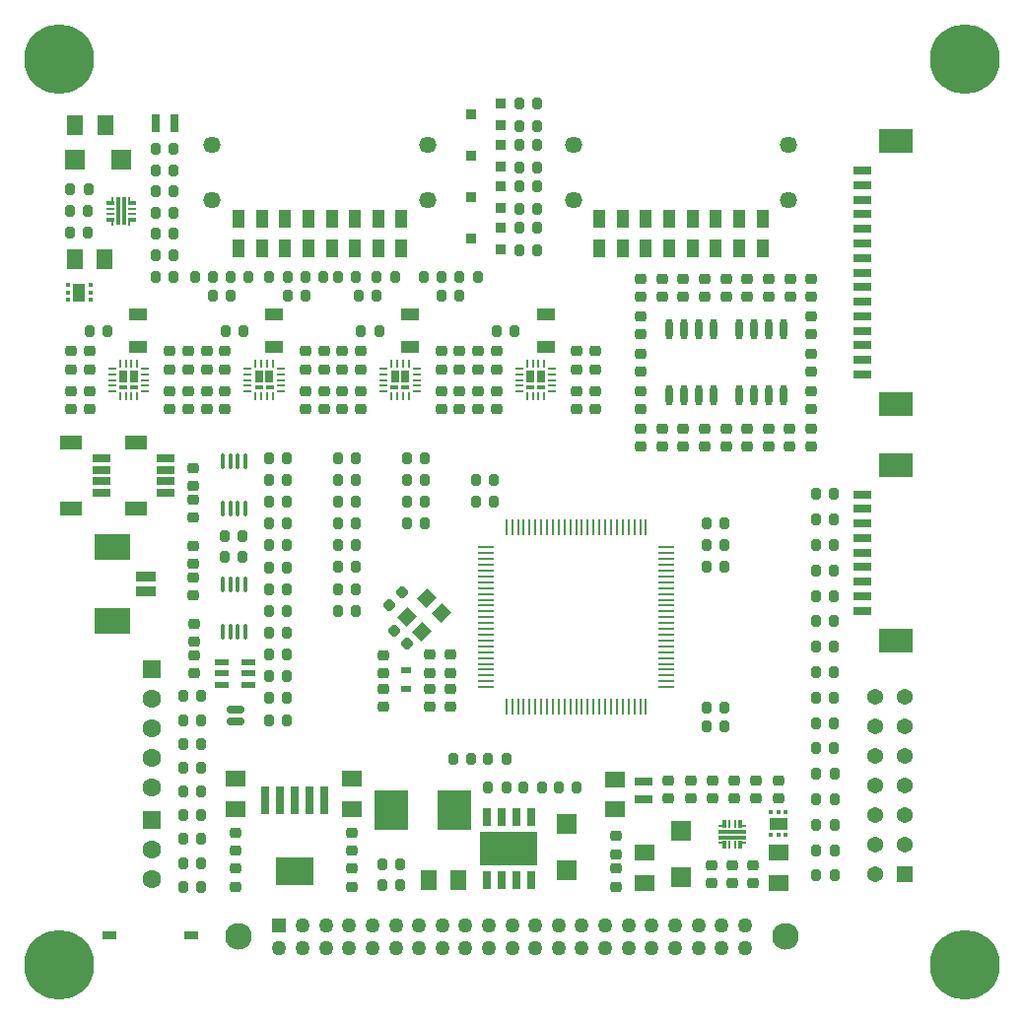
<source format=gbr>
G04*
G04 #@! TF.GenerationSoftware,Altium Limited,Altium Designer,24.1.2 (44)*
G04*
G04 Layer_Color=255*
%FSLAX44Y44*%
%MOMM*%
G71*
G04*
G04 #@! TF.SameCoordinates,178800DE-C825-426D-9C7D-1BE6540C9A12*
G04*
G04*
G04 #@! TF.FilePolarity,Positive*
G04*
G01*
G75*
G04:AMPARAMS|DCode=24|XSize=0.95mm|YSize=0.85mm|CornerRadius=0.2125mm|HoleSize=0mm|Usage=FLASHONLY|Rotation=270.000|XOffset=0mm|YOffset=0mm|HoleType=Round|Shape=RoundedRectangle|*
%AMROUNDEDRECTD24*
21,1,0.9500,0.4250,0,0,270.0*
21,1,0.5250,0.8500,0,0,270.0*
1,1,0.4250,-0.2125,-0.2625*
1,1,0.4250,-0.2125,0.2625*
1,1,0.4250,0.2125,0.2625*
1,1,0.4250,0.2125,-0.2625*
%
%ADD24ROUNDEDRECTD24*%
G04:AMPARAMS|DCode=25|XSize=1.4697mm|YSize=0.6mm|CornerRadius=0.15mm|HoleSize=0mm|Usage=FLASHONLY|Rotation=180.000|XOffset=0mm|YOffset=0mm|HoleType=Round|Shape=RoundedRectangle|*
%AMROUNDEDRECTD25*
21,1,1.4697,0.3000,0,0,180.0*
21,1,1.1697,0.6000,0,0,180.0*
1,1,0.3000,-0.5849,0.1500*
1,1,0.3000,0.5849,0.1500*
1,1,0.3000,0.5849,-0.1500*
1,1,0.3000,-0.5849,-0.1500*
%
%ADD25ROUNDEDRECTD25*%
G04:AMPARAMS|DCode=26|XSize=1.55mm|YSize=0.6mm|CornerRadius=0.03mm|HoleSize=0mm|Usage=FLASHONLY|Rotation=270.000|XOffset=0mm|YOffset=0mm|HoleType=Round|Shape=RoundedRectangle|*
%AMROUNDEDRECTD26*
21,1,1.5500,0.5400,0,0,270.0*
21,1,1.4900,0.6000,0,0,270.0*
1,1,0.0600,-0.2700,-0.7450*
1,1,0.0600,-0.2700,0.7450*
1,1,0.0600,0.2700,0.7450*
1,1,0.0600,0.2700,-0.7450*
%
%ADD26ROUNDEDRECTD26*%
%ADD27R,4.9000X2.9500*%
%ADD28R,3.0000X2.1000*%
%ADD29R,1.6000X0.8000*%
%ADD30R,0.9500X0.9000*%
G04:AMPARAMS|DCode=31|XSize=1.1mm|YSize=1.3mm|CornerRadius=0mm|HoleSize=0mm|Usage=FLASHONLY|Rotation=135.000|XOffset=0mm|YOffset=0mm|HoleType=Round|Shape=Rectangle|*
%AMROTATEDRECTD31*
4,1,4,0.8485,0.0707,-0.0707,-0.8485,-0.8485,-0.0707,0.0707,0.8485,0.8485,0.0707,0.0*
%
%ADD31ROTATEDRECTD31*%

%ADD32R,1.5000X1.0000*%
%ADD33R,1.8000X1.4000*%
%ADD34R,1.4000X1.8000*%
G04:AMPARAMS|DCode=35|XSize=0.95mm|YSize=0.85mm|CornerRadius=0.2125mm|HoleSize=0mm|Usage=FLASHONLY|Rotation=180.000|XOffset=0mm|YOffset=0mm|HoleType=Round|Shape=RoundedRectangle|*
%AMROUNDEDRECTD35*
21,1,0.9500,0.4250,0,0,180.0*
21,1,0.5250,0.8500,0,0,180.0*
1,1,0.4250,-0.2625,0.2125*
1,1,0.4250,0.2625,0.2125*
1,1,0.4250,0.2625,-0.2125*
1,1,0.4250,-0.2625,-0.2125*
%
%ADD35ROUNDEDRECTD35*%
G04:AMPARAMS|DCode=36|XSize=0.95mm|YSize=0.85mm|CornerRadius=0.2125mm|HoleSize=0mm|Usage=FLASHONLY|Rotation=315.000|XOffset=0mm|YOffset=0mm|HoleType=Round|Shape=RoundedRectangle|*
%AMROUNDEDRECTD36*
21,1,0.9500,0.4250,0,0,315.0*
21,1,0.5250,0.8500,0,0,315.0*
1,1,0.4250,0.0354,-0.3359*
1,1,0.4250,-0.3359,0.0354*
1,1,0.4250,-0.0354,0.3359*
1,1,0.4250,0.3359,-0.0354*
%
%ADD36ROUNDEDRECTD36*%
G04:AMPARAMS|DCode=37|XSize=0.95mm|YSize=0.85mm|CornerRadius=0.2125mm|HoleSize=0mm|Usage=FLASHONLY|Rotation=45.000|XOffset=0mm|YOffset=0mm|HoleType=Round|Shape=RoundedRectangle|*
%AMROUNDEDRECTD37*
21,1,0.9500,0.4250,0,0,45.0*
21,1,0.5250,0.8500,0,0,45.0*
1,1,0.4250,0.3359,0.0354*
1,1,0.4250,-0.0354,-0.3359*
1,1,0.4250,-0.3359,-0.0354*
1,1,0.4250,0.0354,0.3359*
%
%ADD37ROUNDEDRECTD37*%
%ADD38R,1.9050X1.2954*%
%ADD39R,1.5494X0.6604*%
%ADD40R,1.8000X1.8000*%
%ADD41R,1.8000X1.8000*%
%ADD42R,1.2000X0.6000*%
%ADD43R,1.0000X1.5000*%
%ADD44R,1.4732X0.2794*%
%ADD45R,0.2794X1.4732*%
%ADD46R,0.2500X0.6500*%
%ADD47R,0.3000X0.6500*%
%ADD48R,0.6500X0.2500*%
%ADD49R,2.4000X0.3000*%
%ADD50R,0.6500X0.3000*%
%ADD51R,0.3000X2.4000*%
%ADD52R,0.9000X0.6000*%
%ADD53R,1.7018X0.8128*%
%ADD54R,3.0988X2.2098*%
%ADD55R,0.3000X0.4500*%
%ADD56R,0.4500X0.3000*%
%ADD57R,2.9500X3.5000*%
%ADD58R,1.5000X0.7000*%
%ADD59R,1.5000X0.8000*%
%ADD60R,0.7000X1.5000*%
%ADD61R,0.8000X1.5000*%
%ADD62O,0.3500X1.4000*%
%ADD63R,0.6500X0.3000*%
%ADD64R,0.7000X1.0000*%
%ADD65R,0.6500X0.2286*%
%ADD66O,0.6000X1.8000*%
%ADD67R,1.2000X0.8000*%
G04:AMPARAMS|DCode=68|XSize=0.7mm|YSize=2.4mm|CornerRadius=0.049mm|HoleSize=0mm|Usage=FLASHONLY|Rotation=0.000|XOffset=0mm|YOffset=0mm|HoleType=Round|Shape=RoundedRectangle|*
%AMROUNDEDRECTD68*
21,1,0.7000,2.3020,0,0,0.0*
21,1,0.6020,2.4000,0,0,0.0*
1,1,0.0980,0.3010,-1.1510*
1,1,0.0980,-0.3010,-1.1510*
1,1,0.0980,-0.3010,1.1510*
1,1,0.0980,0.3010,1.1510*
%
%ADD68ROUNDEDRECTD68*%
G04:AMPARAMS|DCode=69|XSize=3.2mm|YSize=2.4mm|CornerRadius=0.048mm|HoleSize=0mm|Usage=FLASHONLY|Rotation=0.000|XOffset=0mm|YOffset=0mm|HoleType=Round|Shape=RoundedRectangle|*
%AMROUNDEDRECTD69*
21,1,3.2000,2.3040,0,0,0.0*
21,1,3.1040,2.4000,0,0,0.0*
1,1,0.0960,1.5520,-1.1520*
1,1,0.0960,-1.5520,-1.1520*
1,1,0.0960,-1.5520,1.1520*
1,1,0.0960,1.5520,1.1520*
%
%ADD69ROUNDEDRECTD69*%
%ADD128R,1.6000X1.0000*%
%ADD129R,1.0000X1.6000*%
%ADD135C,0.3000*%
%ADD136R,1.3700X1.3700*%
%ADD137C,1.3700*%
%ADD138C,1.4580*%
%ADD139C,1.2580*%
%ADD140R,1.2580X1.2580*%
%ADD141C,2.3000*%
%ADD142C,1.0000*%
%ADD143C,6.0000*%
%ADD144C,1.6000*%
%ADD145R,1.6000X1.6000*%
D24*
X607750Y377645D02*
D03*
X592250D02*
D03*
X701750Y134342D02*
D03*
X686250D02*
D03*
X434830Y188458D02*
D03*
X450330D02*
D03*
X404485D02*
D03*
X419985D02*
D03*
X118726Y682041D02*
D03*
X134226D02*
D03*
X118726Y645433D02*
D03*
X134226D02*
D03*
X118726Y718649D02*
D03*
X134226D02*
D03*
X134226Y736953D02*
D03*
X118726D02*
D03*
X134226Y627130D02*
D03*
X118726D02*
D03*
X134226Y663737D02*
D03*
X118726D02*
D03*
X45204Y683373D02*
D03*
X60704D02*
D03*
X275280Y414875D02*
D03*
X290780D02*
D03*
X275280Y433755D02*
D03*
X290780D02*
D03*
X275280Y396265D02*
D03*
X290780D02*
D03*
X275280Y377520D02*
D03*
X290780D02*
D03*
X275280Y452500D02*
D03*
X290780D02*
D03*
X275280Y358775D02*
D03*
X290780D02*
D03*
X275280Y340030D02*
D03*
X290780D02*
D03*
X393750Y452500D02*
D03*
X409250D02*
D03*
X430924Y756564D02*
D03*
X446424D02*
D03*
X430924Y721004D02*
D03*
X446424D02*
D03*
X430924Y685444D02*
D03*
X446424D02*
D03*
X430924Y649884D02*
D03*
X446424D02*
D03*
X430924Y775564D02*
D03*
X446424D02*
D03*
X430924Y740004D02*
D03*
X446424D02*
D03*
X430924Y704444D02*
D03*
X446424D02*
D03*
X430924Y668884D02*
D03*
X446424D02*
D03*
X193170Y403860D02*
D03*
X177670D02*
D03*
X193170Y386493D02*
D03*
X177670D02*
D03*
X216131Y433671D02*
D03*
X231631D02*
D03*
X216131Y414926D02*
D03*
X231631D02*
D03*
X216131Y377436D02*
D03*
X231631D02*
D03*
X216131Y396181D02*
D03*
X231631D02*
D03*
X216131Y452417D02*
D03*
X231631D02*
D03*
X216131Y321201D02*
D03*
X231631D02*
D03*
X231631Y471162D02*
D03*
X216131D02*
D03*
X216131Y302456D02*
D03*
X231631D02*
D03*
X216131Y358691D02*
D03*
X231631D02*
D03*
X231631Y339946D02*
D03*
X216131D02*
D03*
X231631Y283711D02*
D03*
X216131D02*
D03*
X231631Y264966D02*
D03*
X216131D02*
D03*
X231631Y246221D02*
D03*
X216131D02*
D03*
X157610D02*
D03*
X142110D02*
D03*
X157610Y266700D02*
D03*
X142110D02*
D03*
X157610Y123346D02*
D03*
X142110D02*
D03*
X142110Y164304D02*
D03*
X157610D02*
D03*
X142110Y143825D02*
D03*
X157610D02*
D03*
X142110Y225742D02*
D03*
X157610D02*
D03*
X142110Y205263D02*
D03*
X157610D02*
D03*
X142110Y184783D02*
D03*
X157610D02*
D03*
X349928Y415010D02*
D03*
X334428D02*
D03*
X349928Y433755D02*
D03*
X334428D02*
D03*
X349928Y452500D02*
D03*
X334428D02*
D03*
X349928Y471245D02*
D03*
X334428D02*
D03*
X686250Y156185D02*
D03*
X701750D02*
D03*
X701345Y221712D02*
D03*
X685845D02*
D03*
X686250Y178027D02*
D03*
X701750D02*
D03*
X701750Y112500D02*
D03*
X686250D02*
D03*
X686250Y199870D02*
D03*
X701750D02*
D03*
X701345Y287240D02*
D03*
X685845D02*
D03*
X685845Y243555D02*
D03*
X701345D02*
D03*
X685845Y265397D02*
D03*
X701345D02*
D03*
X685845Y309083D02*
D03*
X701345D02*
D03*
X685845Y330925D02*
D03*
X701345D02*
D03*
X685845Y352767D02*
D03*
X701345D02*
D03*
X685845Y374610D02*
D03*
X701345D02*
D03*
X685845Y396452D02*
D03*
X701345D02*
D03*
X685845Y418295D02*
D03*
X701345D02*
D03*
X118726Y700345D02*
D03*
X134226D02*
D03*
X275280Y471245D02*
D03*
X290780D02*
D03*
X685845Y440137D02*
D03*
X701345D02*
D03*
X465175Y188458D02*
D03*
X480675D02*
D03*
X328965Y122500D02*
D03*
X313465D02*
D03*
X313138Y104117D02*
D03*
X328638D02*
D03*
X60836Y701802D02*
D03*
X45336D02*
D03*
X60704Y665194D02*
D03*
X45204D02*
D03*
X77546Y580255D02*
D03*
X62046D02*
D03*
X167762Y627122D02*
D03*
X152262D02*
D03*
X194115Y580255D02*
D03*
X178615D02*
D03*
X231903Y627122D02*
D03*
X216403D02*
D03*
X231903Y611124D02*
D03*
X247403D02*
D03*
X167762D02*
D03*
X183262D02*
D03*
Y627122D02*
D03*
X198762D02*
D03*
X247403D02*
D03*
X262903D02*
D03*
X310683Y580255D02*
D03*
X295183D02*
D03*
X275308Y627122D02*
D03*
X290808D02*
D03*
X427252Y580255D02*
D03*
X411752D02*
D03*
X364467Y627122D02*
D03*
X348967D02*
D03*
X293359Y611124D02*
D03*
X308859D02*
D03*
X364467D02*
D03*
X379967D02*
D03*
X308859Y627122D02*
D03*
X324359D02*
D03*
X379967D02*
D03*
X395467D02*
D03*
X592250Y415000D02*
D03*
X607750D02*
D03*
X393576Y433755D02*
D03*
X409076D02*
D03*
X607750Y396322D02*
D03*
X592250D02*
D03*
Y257048D02*
D03*
X607750D02*
D03*
X419985Y212500D02*
D03*
X404485D02*
D03*
X607750Y240842D02*
D03*
X592250D02*
D03*
X389993Y212500D02*
D03*
X374493D02*
D03*
X157610Y102992D02*
D03*
X142110D02*
D03*
D25*
X187002Y244922D02*
D03*
X186999Y255082D02*
D03*
D26*
X441175Y162578D02*
D03*
X428475D02*
D03*
X415775D02*
D03*
X403075D02*
D03*
Y108578D02*
D03*
X415775D02*
D03*
X428475D02*
D03*
X441175D02*
D03*
D27*
X422125Y135578D02*
D03*
D28*
X755000Y517600D02*
D03*
Y743600D02*
D03*
Y465500D02*
D03*
Y314500D02*
D03*
D29*
X726000Y718100D02*
D03*
Y705600D02*
D03*
Y693100D02*
D03*
Y680600D02*
D03*
Y668100D02*
D03*
Y655600D02*
D03*
Y643100D02*
D03*
Y630600D02*
D03*
Y618100D02*
D03*
Y605600D02*
D03*
Y593100D02*
D03*
Y580600D02*
D03*
Y568100D02*
D03*
Y555600D02*
D03*
Y543100D02*
D03*
Y340000D02*
D03*
Y352500D02*
D03*
Y365000D02*
D03*
Y377500D02*
D03*
Y390000D02*
D03*
Y402500D02*
D03*
Y415000D02*
D03*
Y427500D02*
D03*
Y440000D02*
D03*
D30*
X415084Y756818D02*
D03*
X390084Y766318D02*
D03*
X415084Y775818D02*
D03*
Y721258D02*
D03*
X390084Y730758D02*
D03*
X415084Y740258D02*
D03*
Y685698D02*
D03*
X390084Y695198D02*
D03*
X415084Y704698D02*
D03*
Y650138D02*
D03*
X390084Y659638D02*
D03*
X415084Y669138D02*
D03*
D31*
X335031Y334344D02*
D03*
X351294Y350608D02*
D03*
X364022Y337880D02*
D03*
X347758Y321616D02*
D03*
D32*
X104000Y566527D02*
D03*
Y594990D02*
D03*
X220568Y566527D02*
D03*
Y594990D02*
D03*
X337137Y566527D02*
D03*
Y594990D02*
D03*
X453705Y566527D02*
D03*
Y594990D02*
D03*
D33*
X653636Y106258D02*
D03*
Y132258D02*
D03*
X538808Y106258D02*
D03*
Y132258D02*
D03*
X513198Y195360D02*
D03*
Y169360D02*
D03*
X287616Y195595D02*
D03*
Y169596D02*
D03*
X187794Y195595D02*
D03*
Y169596D02*
D03*
D34*
X379060Y108576D02*
D03*
X353060D02*
D03*
X49144Y642448D02*
D03*
X75144D02*
D03*
X49461Y757548D02*
D03*
X75461D02*
D03*
D35*
X634762Y194091D02*
D03*
Y178591D02*
D03*
X653636Y178591D02*
D03*
Y194091D02*
D03*
X578141Y178591D02*
D03*
Y194091D02*
D03*
X559267Y194091D02*
D03*
Y178591D02*
D03*
X615888Y194091D02*
D03*
Y178591D02*
D03*
X613953Y105953D02*
D03*
Y121453D02*
D03*
X535419Y481200D02*
D03*
Y496700D02*
D03*
X553740Y624970D02*
D03*
Y609470D02*
D03*
X571998Y496700D02*
D03*
Y481200D02*
D03*
X608702Y609470D02*
D03*
Y624970D02*
D03*
X590381Y609470D02*
D03*
Y624970D02*
D03*
X553708Y496700D02*
D03*
Y481200D02*
D03*
X663445Y481200D02*
D03*
Y496700D02*
D03*
X681984Y624970D02*
D03*
Y609470D02*
D03*
X626866Y496700D02*
D03*
Y481200D02*
D03*
X645343Y609470D02*
D03*
Y624970D02*
D03*
X627022Y609470D02*
D03*
Y624970D02*
D03*
X645155Y496700D02*
D03*
Y481200D02*
D03*
X597015Y178591D02*
D03*
Y194091D02*
D03*
X596169Y121453D02*
D03*
Y105953D02*
D03*
X631487Y121453D02*
D03*
Y105953D02*
D03*
X514452Y146403D02*
D03*
Y130903D02*
D03*
Y118492D02*
D03*
Y102992D02*
D03*
X287614Y149606D02*
D03*
Y134106D02*
D03*
X187792Y149606D02*
D03*
Y134106D02*
D03*
X287614Y118492D02*
D03*
Y102992D02*
D03*
X187792Y118492D02*
D03*
Y102992D02*
D03*
X45778Y547585D02*
D03*
Y563085D02*
D03*
X146691Y547585D02*
D03*
Y563085D02*
D03*
X61780Y547585D02*
D03*
Y563085D02*
D03*
X130863Y547585D02*
D03*
Y563085D02*
D03*
X162520Y547585D02*
D03*
Y563085D02*
D03*
X263260Y547585D02*
D03*
Y563085D02*
D03*
X178349Y547585D02*
D03*
Y563085D02*
D03*
X247431Y547585D02*
D03*
Y563085D02*
D03*
X61780Y528903D02*
D03*
Y513402D02*
D03*
X178349Y528903D02*
D03*
Y513402D02*
D03*
X45778D02*
D03*
Y528903D02*
D03*
X162520Y513402D02*
D03*
Y528903D02*
D03*
X146691D02*
D03*
Y513402D02*
D03*
X263260Y528903D02*
D03*
Y513402D02*
D03*
X130863Y528903D02*
D03*
Y513402D02*
D03*
X247431Y528903D02*
D03*
Y513402D02*
D03*
X279088Y547585D02*
D03*
Y563085D02*
D03*
X379828Y547585D02*
D03*
Y563085D02*
D03*
X294917Y547585D02*
D03*
Y563085D02*
D03*
X363999Y547585D02*
D03*
Y563085D02*
D03*
X395657Y547585D02*
D03*
Y563085D02*
D03*
X496316Y547585D02*
D03*
Y563085D02*
D03*
X411486Y547585D02*
D03*
Y563085D02*
D03*
X480568Y547585D02*
D03*
Y563085D02*
D03*
X294917Y528903D02*
D03*
Y513402D02*
D03*
X411486Y528903D02*
D03*
Y513402D02*
D03*
X279088D02*
D03*
Y528903D02*
D03*
X395657Y513402D02*
D03*
Y528903D02*
D03*
X496316D02*
D03*
Y513402D02*
D03*
X379828Y528903D02*
D03*
Y513402D02*
D03*
X363999Y528903D02*
D03*
Y513402D02*
D03*
X480568Y528903D02*
D03*
Y513402D02*
D03*
X535544Y577402D02*
D03*
Y592902D02*
D03*
X535544Y560835D02*
D03*
Y545335D02*
D03*
X535544Y609470D02*
D03*
Y624970D02*
D03*
X535544Y528768D02*
D03*
Y513268D02*
D03*
X590412Y496700D02*
D03*
Y481200D02*
D03*
X572185Y609470D02*
D03*
Y624970D02*
D03*
X681860Y545335D02*
D03*
Y560835D02*
D03*
X681860Y528768D02*
D03*
Y513268D02*
D03*
X681860Y577402D02*
D03*
Y592902D02*
D03*
X681860Y496700D02*
D03*
Y481200D02*
D03*
X608702Y496700D02*
D03*
Y481200D02*
D03*
X663789Y609470D02*
D03*
Y624970D02*
D03*
X151311Y462930D02*
D03*
Y447430D02*
D03*
Y395993D02*
D03*
Y380493D02*
D03*
Y435461D02*
D03*
Y419961D02*
D03*
Y368524D02*
D03*
Y353024D02*
D03*
X151943Y329055D02*
D03*
Y313555D02*
D03*
Y301586D02*
D03*
Y286087D02*
D03*
X353822Y302250D02*
D03*
Y286750D02*
D03*
X372364Y302250D02*
D03*
Y286750D02*
D03*
X314452Y257674D02*
D03*
Y273174D02*
D03*
X353822D02*
D03*
Y257674D02*
D03*
X372110Y273174D02*
D03*
Y257674D02*
D03*
X314452Y286122D02*
D03*
Y301622D02*
D03*
D36*
X319247Y344932D02*
D03*
X330207Y355892D02*
D03*
D37*
X334296Y311537D02*
D03*
X323336Y322497D02*
D03*
D38*
X101682Y484180D02*
D03*
Y428180D02*
D03*
X46412Y484180D02*
D03*
Y428180D02*
D03*
D39*
X127482Y471180D02*
D03*
Y461180D02*
D03*
Y451180D02*
D03*
Y441180D02*
D03*
X72212Y471180D02*
D03*
Y461180D02*
D03*
Y451180D02*
D03*
Y441180D02*
D03*
D40*
X570255Y150962D02*
D03*
Y110962D02*
D03*
X472159Y117101D02*
D03*
Y157102D02*
D03*
D41*
X89342Y727453D02*
D03*
X49342D02*
D03*
D42*
X175315Y295586D02*
D03*
Y286086D02*
D03*
Y276586D02*
D03*
X198315D02*
D03*
Y286086D02*
D03*
Y295586D02*
D03*
D43*
X190000Y651500D02*
D03*
Y676500D02*
D03*
X210000Y651500D02*
D03*
Y676500D02*
D03*
X230000Y651500D02*
D03*
Y676500D02*
D03*
X250000Y651500D02*
D03*
Y676500D02*
D03*
X270000Y651500D02*
D03*
Y676500D02*
D03*
X290000Y651500D02*
D03*
Y676500D02*
D03*
X310000Y651500D02*
D03*
Y676500D02*
D03*
X330000Y651500D02*
D03*
Y676500D02*
D03*
X500000Y651500D02*
D03*
Y676500D02*
D03*
X520000Y651500D02*
D03*
Y676500D02*
D03*
X540000Y651500D02*
D03*
Y676500D02*
D03*
X560000Y651500D02*
D03*
Y676500D02*
D03*
X580000Y651500D02*
D03*
Y676500D02*
D03*
X600000Y651500D02*
D03*
Y676500D02*
D03*
X620000Y651500D02*
D03*
Y676500D02*
D03*
X640000Y651500D02*
D03*
Y676500D02*
D03*
D44*
X402784Y394500D02*
D03*
Y389500D02*
D03*
Y384500D02*
D03*
Y379500D02*
D03*
Y374500D02*
D03*
Y369500D02*
D03*
Y364500D02*
D03*
Y359500D02*
D03*
Y354500D02*
D03*
Y349500D02*
D03*
Y344500D02*
D03*
Y339500D02*
D03*
Y334500D02*
D03*
Y329500D02*
D03*
Y324500D02*
D03*
Y319500D02*
D03*
Y314500D02*
D03*
Y309500D02*
D03*
Y304500D02*
D03*
Y299500D02*
D03*
Y294500D02*
D03*
Y289500D02*
D03*
Y284500D02*
D03*
Y279500D02*
D03*
Y274500D02*
D03*
X557216D02*
D03*
Y279500D02*
D03*
Y284500D02*
D03*
Y289500D02*
D03*
Y294500D02*
D03*
Y299500D02*
D03*
Y304500D02*
D03*
Y309500D02*
D03*
Y314500D02*
D03*
Y319500D02*
D03*
Y324500D02*
D03*
Y329500D02*
D03*
Y334500D02*
D03*
Y339500D02*
D03*
Y344500D02*
D03*
Y349500D02*
D03*
Y354500D02*
D03*
Y359500D02*
D03*
Y364500D02*
D03*
Y369500D02*
D03*
Y374500D02*
D03*
Y379500D02*
D03*
Y384500D02*
D03*
Y389500D02*
D03*
Y394500D02*
D03*
D45*
X420000Y257284D02*
D03*
X425000D02*
D03*
X430000D02*
D03*
X435000D02*
D03*
X440000D02*
D03*
X445000D02*
D03*
X450000D02*
D03*
X455000D02*
D03*
X460000D02*
D03*
X465000D02*
D03*
X470000D02*
D03*
X475000D02*
D03*
X480000D02*
D03*
X485000D02*
D03*
X490000D02*
D03*
X495000D02*
D03*
X500000D02*
D03*
X505000D02*
D03*
X510000D02*
D03*
X515000D02*
D03*
X520000D02*
D03*
X525000D02*
D03*
X530000D02*
D03*
X535000D02*
D03*
X540000D02*
D03*
Y411716D02*
D03*
X535000D02*
D03*
X530000D02*
D03*
X525000D02*
D03*
X520000D02*
D03*
X515000D02*
D03*
X510000D02*
D03*
X505000D02*
D03*
X500000D02*
D03*
X495000D02*
D03*
X490000D02*
D03*
X485000D02*
D03*
X480000D02*
D03*
X475000D02*
D03*
X470000D02*
D03*
X465000D02*
D03*
X460000D02*
D03*
X455000D02*
D03*
X450000D02*
D03*
X445000D02*
D03*
X440000D02*
D03*
X435000D02*
D03*
X430000D02*
D03*
X425000D02*
D03*
X420000D02*
D03*
D46*
X616447Y157187D02*
D03*
X611955Y157217D02*
D03*
X616447Y138717D02*
D03*
X611955D02*
D03*
X96169Y674510D02*
D03*
X81699D02*
D03*
X81699Y692010D02*
D03*
X96199D02*
D03*
X88001Y552437D02*
D03*
Y524237D02*
D03*
X93001D02*
D03*
X98001D02*
D03*
X103001D02*
D03*
X93001Y552437D02*
D03*
X98001D02*
D03*
X103001D02*
D03*
X204570D02*
D03*
Y524237D02*
D03*
X209570D02*
D03*
X214570D02*
D03*
X219570D02*
D03*
X209570Y552437D02*
D03*
X214570D02*
D03*
X219570D02*
D03*
X321138D02*
D03*
Y524237D02*
D03*
X326138D02*
D03*
X331138D02*
D03*
X336138D02*
D03*
X326138Y552437D02*
D03*
X331138D02*
D03*
X336138D02*
D03*
X437707D02*
D03*
Y524237D02*
D03*
X442707D02*
D03*
X447707D02*
D03*
X452707D02*
D03*
X442707Y552437D02*
D03*
X447707D02*
D03*
X452707D02*
D03*
D47*
X621203Y157188D02*
D03*
X607203Y138717D02*
D03*
Y157217D02*
D03*
X621203Y138717D02*
D03*
D48*
X622953Y155188D02*
D03*
Y140717D02*
D03*
X605453Y140717D02*
D03*
Y155217D02*
D03*
X98169Y681016D02*
D03*
X98199Y685508D02*
D03*
X79699Y681016D02*
D03*
Y685508D02*
D03*
X81251Y528337D02*
D03*
Y533337D02*
D03*
Y543337D02*
D03*
Y548337D02*
D03*
X109752D02*
D03*
Y543337D02*
D03*
Y538337D02*
D03*
Y533337D02*
D03*
Y528337D02*
D03*
X197820D02*
D03*
Y533337D02*
D03*
Y543337D02*
D03*
Y548337D02*
D03*
X226320D02*
D03*
Y543337D02*
D03*
Y538337D02*
D03*
Y533337D02*
D03*
Y528337D02*
D03*
X314389D02*
D03*
Y533337D02*
D03*
Y543337D02*
D03*
Y548337D02*
D03*
X342888D02*
D03*
Y543337D02*
D03*
Y538337D02*
D03*
Y533337D02*
D03*
Y528337D02*
D03*
X430957D02*
D03*
Y533337D02*
D03*
Y543337D02*
D03*
Y548337D02*
D03*
X459457D02*
D03*
Y543337D02*
D03*
Y538337D02*
D03*
Y533337D02*
D03*
Y528337D02*
D03*
D49*
X614214Y145458D02*
D03*
X614203Y150458D02*
D03*
D50*
X98169Y676260D02*
D03*
X79699Y690260D02*
D03*
X98199D02*
D03*
X79699Y676260D02*
D03*
D51*
X86440Y683249D02*
D03*
X91440Y683260D02*
D03*
D52*
X334010Y289172D02*
D03*
Y273172D02*
D03*
D53*
X110325Y369470D02*
D03*
Y356970D02*
D03*
D54*
X81325Y394970D02*
D03*
Y331470D02*
D03*
D55*
X660136Y147487D02*
D03*
X653636D02*
D03*
X647136D02*
D03*
Y166987D02*
D03*
X653636D02*
D03*
X660136D02*
D03*
D56*
X62628Y619997D02*
D03*
Y613497D02*
D03*
Y606997D02*
D03*
X43128D02*
D03*
Y613497D02*
D03*
Y619997D02*
D03*
D57*
X321215Y168676D02*
D03*
X375715D02*
D03*
D58*
X538230Y177699D02*
D03*
D59*
Y193699D02*
D03*
D60*
X118675Y758807D02*
D03*
D61*
X134675D02*
D03*
D62*
X195806Y468524D02*
D03*
X189306D02*
D03*
X182806D02*
D03*
X176306D02*
D03*
X195806Y427524D02*
D03*
X189306D02*
D03*
X182806D02*
D03*
X176306D02*
D03*
X195806Y362999D02*
D03*
X189306D02*
D03*
X182806D02*
D03*
X176306D02*
D03*
X195806Y321999D02*
D03*
X189306D02*
D03*
X182806D02*
D03*
X176306D02*
D03*
D63*
X90752Y531834D02*
D03*
X100252D02*
D03*
X207320D02*
D03*
X216820D02*
D03*
X323889D02*
D03*
X333388D02*
D03*
X440457D02*
D03*
X449957D02*
D03*
D64*
X91002Y541337D02*
D03*
X100001D02*
D03*
X207570D02*
D03*
X216570D02*
D03*
X324138D02*
D03*
X333139D02*
D03*
X440707D02*
D03*
X449707D02*
D03*
D65*
X81251Y538337D02*
D03*
X197820D02*
D03*
X314389D02*
D03*
X430957D02*
D03*
D66*
X598170Y582065D02*
D03*
X585470D02*
D03*
X572770D02*
D03*
X560070D02*
D03*
X598170Y525565D02*
D03*
X585470D02*
D03*
X572770D02*
D03*
X560070D02*
D03*
X619760Y525565D02*
D03*
X632460D02*
D03*
X645160D02*
D03*
X657860D02*
D03*
X619760Y582065D02*
D03*
X632460D02*
D03*
X645160D02*
D03*
X657860D02*
D03*
D67*
X149300Y60960D02*
D03*
X79300D02*
D03*
D68*
X263228Y177182D02*
D03*
X250528D02*
D03*
X237828D02*
D03*
X225128D02*
D03*
X212428D02*
D03*
D69*
X237828Y116682D02*
D03*
D128*
X653636Y157237D02*
D03*
D129*
X52878Y613497D02*
D03*
D135*
X428625Y142078D02*
D03*
Y129078D02*
D03*
X441625Y142078D02*
D03*
X415625D02*
D03*
Y129078D02*
D03*
X402625Y142078D02*
D03*
Y129078D02*
D03*
X441625D02*
D03*
D136*
X762700Y113800D02*
D03*
D137*
X737300D02*
D03*
X762700Y139200D02*
D03*
X737300D02*
D03*
X762700Y164600D02*
D03*
X737300D02*
D03*
Y190000D02*
D03*
Y215400D02*
D03*
X762700Y240800D02*
D03*
X737300D02*
D03*
X762700Y266200D02*
D03*
X737300D02*
D03*
X762700Y190000D02*
D03*
Y215400D02*
D03*
D138*
X352500Y692500D02*
D03*
X167500D02*
D03*
X352500Y740000D02*
D03*
X167500D02*
D03*
X662500Y692500D02*
D03*
X477500D02*
D03*
X662500Y740000D02*
D03*
X477500D02*
D03*
D139*
X625000Y50000D02*
D03*
Y70000D02*
D03*
X605000Y50000D02*
D03*
Y70000D02*
D03*
X585000Y50000D02*
D03*
Y70000D02*
D03*
X565000Y50000D02*
D03*
Y70000D02*
D03*
X545000Y50000D02*
D03*
Y70000D02*
D03*
X525000Y50000D02*
D03*
Y70000D02*
D03*
X505000Y50000D02*
D03*
Y70000D02*
D03*
X485000Y50000D02*
D03*
Y70000D02*
D03*
X465000Y50000D02*
D03*
Y70000D02*
D03*
X445000Y50000D02*
D03*
Y70000D02*
D03*
X425000Y50000D02*
D03*
Y70000D02*
D03*
X405000Y50000D02*
D03*
Y70000D02*
D03*
X385000Y50000D02*
D03*
Y70000D02*
D03*
X365000Y50000D02*
D03*
Y70000D02*
D03*
X345000Y50000D02*
D03*
Y70000D02*
D03*
X325000Y50000D02*
D03*
Y70000D02*
D03*
X305000Y50000D02*
D03*
Y70000D02*
D03*
X285000Y50000D02*
D03*
Y70000D02*
D03*
X265000Y50000D02*
D03*
Y70000D02*
D03*
X245000Y50000D02*
D03*
Y70000D02*
D03*
X225000Y50000D02*
D03*
D140*
Y70000D02*
D03*
D141*
X190000Y60000D02*
D03*
X660000D02*
D03*
D142*
X19560Y52440D02*
D03*
X52440Y19560D02*
D03*
X19560D02*
D03*
X52440Y52440D02*
D03*
X59250Y36000D02*
D03*
X36000Y13140D02*
D03*
X12750Y36000D02*
D03*
X36000Y59250D02*
D03*
X19560Y830440D02*
D03*
X52440Y797560D02*
D03*
X19560D02*
D03*
X52440Y830440D02*
D03*
X59250Y814000D02*
D03*
X36000Y791140D02*
D03*
X12750Y814000D02*
D03*
X36000Y837250D02*
D03*
X797560Y830440D02*
D03*
X830440Y797560D02*
D03*
X797560D02*
D03*
X830440Y830440D02*
D03*
X837250Y814000D02*
D03*
X814000Y791140D02*
D03*
X790750Y814000D02*
D03*
X814000Y837250D02*
D03*
X797560Y52440D02*
D03*
X830440Y19560D02*
D03*
X797560D02*
D03*
X830440Y52440D02*
D03*
X837250Y36000D02*
D03*
X814000Y13140D02*
D03*
X790750Y36000D02*
D03*
X814000Y59250D02*
D03*
D143*
X36000Y36000D02*
D03*
Y814000D02*
D03*
X814000D02*
D03*
Y36000D02*
D03*
D144*
X115316Y109728D02*
D03*
Y135128D02*
D03*
Y188516D02*
D03*
Y213916D02*
D03*
Y239316D02*
D03*
Y264716D02*
D03*
D145*
Y160528D02*
D03*
Y290116D02*
D03*
M02*

</source>
